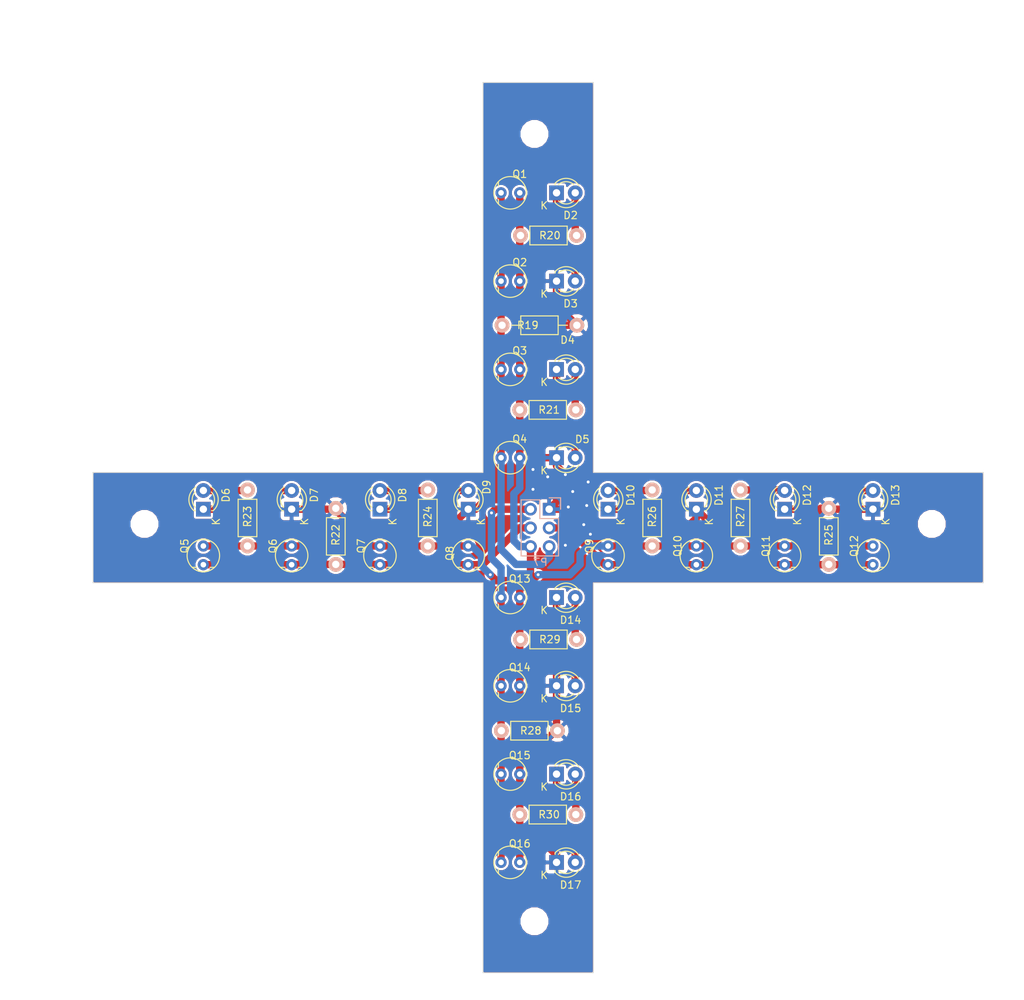
<source format=kicad_pcb>
(kicad_pcb (version 4) (host pcbnew 4.0.1-stable)
  (title_block (title "NTK robot") (date 2016-10-26))
  (layers (0 F.Cu signal) (31 B.Cu signal) (36 B.SilkS user) (37 F.SilkS user) (38 B.Mask user) (39 F.Mask user) (44 Edge.Cuts user))
  (net 0 "")
  (net 1 "Net-(D2-Pad1)")
  (net 2 "Net-(D2-Pad2)")
  (net 3 "Net-(D11-Pad1)")
  (net 4 "Net-(D4-Pad1)")
  (net 5 "Net-(D4-Pad2)")
  (net 6 "Net-(D6-Pad1)")
  (net 7 "Net-(D6-Pad2)")
  (net 8 "Net-(D8-Pad1)")
  (net 9 "Net-(D8-Pad2)")
  (net 10 "Net-(D10-Pad1)")
  (net 11 "Net-(D10-Pad2)")
  (net 12 "Net-(D12-Pad1)")
  (net 13 "Net-(D12-Pad2)")
  (net 14 "Net-(D14-Pad1)")
  (net 15 "Net-(D14-Pad2)")
  (net 16 "Net-(D16-Pad1)")
  (net 17 "Net-(D16-Pad2)")
  (net 18 "Net-(P7-Pad2)")
  (net 19 "Net-(P7-Pad3)")
  (net 20 "Net-(P7-Pad4)")
  (net 21 "Net-(P7-Pad5)")
  (net 22 "Net-(P7-Pad6)")
  (module Mounting_Holes:MountingHole_3.2mm_M3 (layer F.Cu) (at 165 195)
    (fp_text reference REF** hide)
    (fp_text value MountingHole_3.2mm_M3 hide)
    (pad 1 np_thru_hole circle (at 0 0) (size 3.2 3.2) (drill 3.2) (layers *.Cu *.Mask))
  )
  (module Mounting_Holes:MountingHole_3.2mm_M3 (layer F.Cu) (at 219 141)
    (fp_text reference REF** hide)
    (fp_text value MountingHole_3.2mm_M3 hide)
    (pad 1 np_thru_hole circle (at 0 0) (size 3.2 3.2) (drill 3.2) (layers *.Cu *.Mask))
  )
  (module Mounting_Holes:MountingHole_3.2mm_M3 (layer F.Cu) (at 112 141)
    (fp_text reference REF** hide)
    (fp_text value MountingHole_3.2mm_M3 hide)
    (pad 1 np_thru_hole circle (at 0 0) (size 3.2 3.2) (drill 3.2) (layers *.Cu *.Mask))
  )
  (module LEDs:LED-3MM (layer F.Cu) (at 168 96)
    (fp_text reference D2 (at 1.91 3.06) (layer F.SilkS))
    (fp_text value LED)
    (fp_text user K (at -1.69 1.74) (layer F.SilkS))
    (pad 1 thru_hole rect (at 0 0 90) (size 2 2) (drill 1.00076) (layers *.Cu *.Mask) (net 1 "Net-(D2-Pad1)"))
    (pad 2 thru_hole circle (at 2.54 0) (size 2 2) (drill 1.00076) (layers *.Cu *.Mask) (net 2 "Net-(D2-Pad2)"))
  )
  (module LEDs:LED-3MM (layer F.Cu) (at 168 108)
    (fp_text reference D3 (at 1.91 3.06) (layer F.SilkS))
    (fp_text value LED)
    (fp_text user K (at -1.69 1.74) (layer F.SilkS))
    (pad 1 thru_hole rect (at 0 0 90) (size 2 2) (drill 1.00076) (layers *.Cu *.Mask) (net 3 "Net-(D11-Pad1)"))
    (pad 2 thru_hole circle (at 2.54 0) (size 2 2) (drill 1.00076) (layers *.Cu *.Mask) (net 1 "Net-(D2-Pad1)"))
  )
  (module LEDs:LED-3MM (layer F.Cu) (at 168 120)
    (fp_text reference D4 (at 1.5 -4) (layer F.SilkS))
    (fp_text value LED)
    (fp_text user K (at -1.69 1.74) (layer F.SilkS))
    (pad 1 thru_hole rect (at 0 0 90) (size 2 2) (drill 1.00076) (layers *.Cu *.Mask) (net 4 "Net-(D4-Pad1)"))
    (pad 2 thru_hole circle (at 2.54 0) (size 2 2) (drill 1.00076) (layers *.Cu *.Mask) (net 5 "Net-(D4-Pad2)"))
  )
  (module LEDs:LED-3MM (layer F.Cu) (at 168 132)
    (fp_text reference D5 (at 3.5 -2.5) (layer F.SilkS))
    (fp_text value LED)
    (fp_text user K (at -1.69 1.74) (layer F.SilkS))
    (pad 1 thru_hole rect (at 0 0 90) (size 2 2) (drill 1.00076) (layers *.Cu *.Mask) (net 3 "Net-(D11-Pad1)"))
    (pad 2 thru_hole circle (at 2.54 0) (size 2 2) (drill 1.00076) (layers *.Cu *.Mask) (net 4 "Net-(D4-Pad1)"))
  )
  (module LEDs:LED-3MM (layer F.Cu) (at 120 139 90)
    (fp_text reference D6 (at 1.91 3.06 90) (layer F.SilkS))
    (fp_text value LED)
    (fp_text user K (at -1.69 1.74 90) (layer F.SilkS))
    (pad 1 thru_hole rect (at 0 0 180) (size 2 2) (drill 1.00076) (layers *.Cu *.Mask) (net 6 "Net-(D6-Pad1)"))
    (pad 2 thru_hole circle (at 2.54 0 90) (size 2 2) (drill 1.00076) (layers *.Cu *.Mask) (net 7 "Net-(D6-Pad2)"))
  )
  (module LEDs:LED-3MM (layer F.Cu) (at 132 139 90)
    (fp_text reference D7 (at 1.91 3.06 90) (layer F.SilkS))
    (fp_text value LED)
    (fp_text user K (at -1.69 1.74 90) (layer F.SilkS))
    (pad 1 thru_hole rect (at 0 0 180) (size 2 2) (drill 1.00076) (layers *.Cu *.Mask) (net 3 "Net-(D11-Pad1)"))
    (pad 2 thru_hole circle (at 2.54 0 90) (size 2 2) (drill 1.00076) (layers *.Cu *.Mask) (net 6 "Net-(D6-Pad1)"))
  )
  (module LEDs:LED-3MM (layer F.Cu) (at 144 139 90)
    (fp_text reference D8 (at 1.91 3.06 90) (layer F.SilkS))
    (fp_text value LED)
    (fp_text user K (at -1.69 1.74 90) (layer F.SilkS))
    (pad 1 thru_hole rect (at 0 0 180) (size 2 2) (drill 1.00076) (layers *.Cu *.Mask) (net 8 "Net-(D8-Pad1)"))
    (pad 2 thru_hole circle (at 2.54 0 90) (size 2 2) (drill 1.00076) (layers *.Cu *.Mask) (net 9 "Net-(D8-Pad2)"))
  )
  (module LEDs:LED-3MM (layer F.Cu) (at 156 139 90)
    (fp_text reference D9 (at 3 2.5 90) (layer F.SilkS))
    (fp_text value LED)
    (fp_text user K (at -1.69 1.74 90) (layer F.SilkS))
    (pad 1 thru_hole rect (at 0 0 180) (size 2 2) (drill 1.00076) (layers *.Cu *.Mask) (net 3 "Net-(D11-Pad1)"))
    (pad 2 thru_hole circle (at 2.54 0 90) (size 2 2) (drill 1.00076) (layers *.Cu *.Mask) (net 8 "Net-(D8-Pad1)"))
  )
  (module LEDs:LED-3MM (layer F.Cu) (at 175 139 90)
    (fp_text reference D10 (at 1.91 3.06 90) (layer F.SilkS))
    (fp_text value LED)
    (fp_text user K (at -1.69 1.74 90) (layer F.SilkS))
    (pad 1 thru_hole rect (at 0 0 180) (size 2 2) (drill 1.00076) (layers *.Cu *.Mask) (net 10 "Net-(D10-Pad1)"))
    (pad 2 thru_hole circle (at 2.54 0 90) (size 2 2) (drill 1.00076) (layers *.Cu *.Mask) (net 11 "Net-(D10-Pad2)"))
  )
  (module LEDs:LED-3MM (layer F.Cu) (at 187 139 90)
    (fp_text reference D11 (at 1.91 3.06 90) (layer F.SilkS))
    (fp_text value LED)
    (fp_text user K (at -1.69 1.74 90) (layer F.SilkS))
    (pad 1 thru_hole rect (at 0 0 180) (size 2 2) (drill 1.00076) (layers *.Cu *.Mask) (net 3 "Net-(D11-Pad1)"))
    (pad 2 thru_hole circle (at 2.54 0 90) (size 2 2) (drill 1.00076) (layers *.Cu *.Mask) (net 10 "Net-(D10-Pad1)"))
  )
  (module LEDs:LED-3MM (layer F.Cu) (at 199 139 90)
    (fp_text reference D12 (at 1.91 3.06 90) (layer F.SilkS))
    (fp_text value LED)
    (fp_text user K (at -1.69 1.74 90) (layer F.SilkS))
    (pad 1 thru_hole rect (at 0 0 180) (size 2 2) (drill 1.00076) (layers *.Cu *.Mask) (net 12 "Net-(D12-Pad1)"))
    (pad 2 thru_hole circle (at 2.54 0 90) (size 2 2) (drill 1.00076) (layers *.Cu *.Mask) (net 13 "Net-(D12-Pad2)"))
  )
  (module LEDs:LED-3MM (layer F.Cu) (at 211 139 90)
    (fp_text reference D13 (at 1.91 3.06 90) (layer F.SilkS))
    (fp_text value LED)
    (fp_text user K (at -1.69 1.74 90) (layer F.SilkS))
    (pad 1 thru_hole rect (at 0 0 180) (size 2 2) (drill 1.00076) (layers *.Cu *.Mask) (net 3 "Net-(D11-Pad1)"))
    (pad 2 thru_hole circle (at 2.54 0 90) (size 2 2) (drill 1.00076) (layers *.Cu *.Mask) (net 12 "Net-(D12-Pad1)"))
  )
  (module LEDs:LED-3MM (layer F.Cu) (at 168 151)
    (fp_text reference D14 (at 1.91 3.06) (layer F.SilkS))
    (fp_text value LED)
    (fp_text user K (at -1.69 1.74) (layer F.SilkS))
    (pad 1 thru_hole rect (at 0 0 90) (size 2 2) (drill 1.00076) (layers *.Cu *.Mask) (net 14 "Net-(D14-Pad1)"))
    (pad 2 thru_hole circle (at 2.54 0) (size 2 2) (drill 1.00076) (layers *.Cu *.Mask) (net 15 "Net-(D14-Pad2)"))
  )
  (module LEDs:LED-3MM (layer F.Cu) (at 168 163)
    (fp_text reference D15 (at 1.91 3.06) (layer F.SilkS))
    (fp_text value LED)
    (fp_text user K (at -1.69 1.74) (layer F.SilkS))
    (pad 1 thru_hole rect (at 0 0 90) (size 2 2) (drill 1.00076) (layers *.Cu *.Mask) (net 3 "Net-(D11-Pad1)"))
    (pad 2 thru_hole circle (at 2.54 0) (size 2 2) (drill 1.00076) (layers *.Cu *.Mask) (net 14 "Net-(D14-Pad1)"))
  )
  (module LEDs:LED-3MM (layer F.Cu) (at 168 175)
    (fp_text reference D16 (at 1.91 3.06) (layer F.SilkS))
    (fp_text value LED)
    (fp_text user K (at -1.69 1.74) (layer F.SilkS))
    (pad 1 thru_hole rect (at 0 0 90) (size 2 2) (drill 1.00076) (layers *.Cu *.Mask) (net 16 "Net-(D16-Pad1)"))
    (pad 2 thru_hole circle (at 2.54 0) (size 2 2) (drill 1.00076) (layers *.Cu *.Mask) (net 17 "Net-(D16-Pad2)"))
  )
  (module LEDs:LED-3MM (layer F.Cu) (at 168 187)
    (fp_text reference D17 (at 1.91 3.06) (layer F.SilkS))
    (fp_text value LED)
    (fp_text user K (at -1.69 1.74) (layer F.SilkS))
    (pad 1 thru_hole rect (at 0 0 90) (size 2 2) (drill 1.00076) (layers *.Cu *.Mask) (net 3 "Net-(D11-Pad1)"))
    (pad 2 thru_hole circle (at 2.54 0) (size 2 2) (drill 1.00076) (layers *.Cu *.Mask) (net 16 "Net-(D16-Pad1)"))
  )
  (module Pin_Headers:Pin_Header_Straight_2x03 (layer B.Cu) (at 167 139 180)
    (fp_text reference P7 (at 1.2 -7.2 180) (layer B.SilkS) (effects (justify mirror)))
    (fp_text value CONN_01X06)
    (pad 1 thru_hole rect (at 0 0 180) (size 1.7272 1.7272) (drill 1.016) (layers *.Cu *.Mask) (net 3 "Net-(D11-Pad1)"))
    (pad 2 thru_hole oval (at 2.54 0 180) (size 1.7272 1.7272) (drill 1.016) (layers *.Cu *.Mask) (net 18 "Net-(P7-Pad2)"))
    (pad 3 thru_hole oval (at 0 -2.54 180) (size 1.7272 1.7272) (drill 1.016) (layers *.Cu *.Mask) (net 19 "Net-(P7-Pad3)"))
    (pad 4 thru_hole oval (at 2.54 -2.54 180) (size 1.7272 1.7272) (drill 1.016) (layers *.Cu *.Mask) (net 20 "Net-(P7-Pad4)"))
    (pad 5 thru_hole oval (at 0 -5.08 180) (size 1.7272 1.7272) (drill 1.016) (layers *.Cu *.Mask) (net 21 "Net-(P7-Pad5)"))
    (pad 6 thru_hole oval (at 2.54 -5.08 180) (size 1.7272 1.7272) (drill 1.016) (layers *.Cu *.Mask) (net 22 "Net-(P7-Pad6)"))
  )
  (module footprint:NJL7502 (layer F.Cu) (at 163 96)
    (fp_text reference Q1 (at 0 -2.54) (layer F.SilkS))
    (fp_text value NJL7502L hide)
    (pad 1 thru_hole circle (at -2.54 0) (size 1.524 1.524) (drill 0.762) (layers *.Cu *.Mask) (net 21 "Net-(P7-Pad5)"))
    (pad 3 thru_hole circle (at 0 0) (size 1.524 1.524) (drill 0.762) (layers *.Cu *.Mask) (net 22 "Net-(P7-Pad6)"))
  )
  (module footprint:NJL7502 (layer F.Cu) (at 163 108)
    (fp_text reference Q2 (at 0 -2.54) (layer F.SilkS))
    (fp_text value NJL7502L hide)
    (pad 1 thru_hole circle (at -2.54 0) (size 1.524 1.524) (drill 0.762) (layers *.Cu *.Mask) (net 21 "Net-(P7-Pad5)"))
    (pad 3 thru_hole circle (at 0 0) (size 1.524 1.524) (drill 0.762) (layers *.Cu *.Mask) (net 22 "Net-(P7-Pad6)"))
  )
  (module footprint:NJL7502 (layer F.Cu) (at 163 120)
    (fp_text reference Q3 (at 0 -2.54) (layer F.SilkS))
    (fp_text value NJL7502L hide)
    (pad 1 thru_hole circle (at -2.54 0) (size 1.524 1.524) (drill 0.762) (layers *.Cu *.Mask) (net 21 "Net-(P7-Pad5)"))
    (pad 3 thru_hole circle (at 0 0) (size 1.524 1.524) (drill 0.762) (layers *.Cu *.Mask) (net 22 "Net-(P7-Pad6)"))
  )
  (module footprint:NJL7502 (layer F.Cu) (at 163 132)
    (fp_text reference Q4 (at 0 -2.54) (layer F.SilkS))
    (fp_text value NJL7502L hide)
    (pad 1 thru_hole circle (at -2.54 0) (size 1.524 1.524) (drill 0.762) (layers *.Cu *.Mask) (net 21 "Net-(P7-Pad5)"))
    (pad 3 thru_hole circle (at 0 0) (size 1.524 1.524) (drill 0.762) (layers *.Cu *.Mask) (net 22 "Net-(P7-Pad6)"))
  )
  (module footprint:NJL7502 (layer F.Cu) (at 120 144 90)
    (fp_text reference Q5 (at 0 -2.54 90) (layer F.SilkS))
    (fp_text value NJL7502L hide)
    (pad 1 thru_hole circle (at -2.54 0 90) (size 1.524 1.524) (drill 0.762) (layers *.Cu *.Mask) (net 20 "Net-(P7-Pad4)"))
    (pad 3 thru_hole circle (at 0 0 90) (size 1.524 1.524) (drill 0.762) (layers *.Cu *.Mask) (net 22 "Net-(P7-Pad6)"))
  )
  (module footprint:NJL7502 (layer F.Cu) (at 132 144 90)
    (fp_text reference Q6 (at 0 -2.54 90) (layer F.SilkS))
    (fp_text value NJL7502L hide)
    (pad 1 thru_hole circle (at -2.54 0 90) (size 1.524 1.524) (drill 0.762) (layers *.Cu *.Mask) (net 20 "Net-(P7-Pad4)"))
    (pad 3 thru_hole circle (at 0 0 90) (size 1.524 1.524) (drill 0.762) (layers *.Cu *.Mask) (net 22 "Net-(P7-Pad6)"))
  )
  (module footprint:NJL7502 (layer F.Cu) (at 144 144 90)
    (fp_text reference Q7 (at 0 -2.54 90) (layer F.SilkS))
    (fp_text value NJL7502L hide)
    (pad 1 thru_hole circle (at -2.54 0 90) (size 1.524 1.524) (drill 0.762) (layers *.Cu *.Mask) (net 20 "Net-(P7-Pad4)"))
    (pad 3 thru_hole circle (at 0 0 90) (size 1.524 1.524) (drill 0.762) (layers *.Cu *.Mask) (net 22 "Net-(P7-Pad6)"))
  )
  (module footprint:NJL7502 (layer F.Cu) (at 156 144 90)
    (fp_text reference Q8 (at -1 -2.5 90) (layer F.SilkS))
    (fp_text value NJL7502L hide)
    (pad 1 thru_hole circle (at -2.54 0 90) (size 1.524 1.524) (drill 0.762) (layers *.Cu *.Mask) (net 20 "Net-(P7-Pad4)"))
    (pad 3 thru_hole circle (at 0 0 90) (size 1.524 1.524) (drill 0.762) (layers *.Cu *.Mask) (net 22 "Net-(P7-Pad6)"))
  )
  (module footprint:NJL7502 (layer F.Cu) (at 175 144 90)
    (fp_text reference Q9 (at 0 -2.54 90) (layer F.SilkS))
    (fp_text value NJL7502L hide)
    (pad 1 thru_hole circle (at -2.54 0 90) (size 1.524 1.524) (drill 0.762) (layers *.Cu *.Mask) (net 19 "Net-(P7-Pad3)"))
    (pad 3 thru_hole circle (at 0 0 90) (size 1.524 1.524) (drill 0.762) (layers *.Cu *.Mask) (net 22 "Net-(P7-Pad6)"))
  )
  (module footprint:NJL7502 (layer F.Cu) (at 187 144 90)
    (fp_text reference Q10 (at 0 -2.54 90) (layer F.SilkS))
    (fp_text value NJL7502L hide)
    (pad 1 thru_hole circle (at -2.54 0 90) (size 1.524 1.524) (drill 0.762) (layers *.Cu *.Mask) (net 19 "Net-(P7-Pad3)"))
    (pad 3 thru_hole circle (at 0 0 90) (size 1.524 1.524) (drill 0.762) (layers *.Cu *.Mask) (net 22 "Net-(P7-Pad6)"))
  )
  (module footprint:NJL7502 (layer F.Cu) (at 199 144 90)
    (fp_text reference Q11 (at 0 -2.54 90) (layer F.SilkS))
    (fp_text value NJL7502L hide)
    (pad 1 thru_hole circle (at -2.54 0 90) (size 1.524 1.524) (drill 0.762) (layers *.Cu *.Mask) (net 19 "Net-(P7-Pad3)"))
    (pad 3 thru_hole circle (at 0 0 90) (size 1.524 1.524) (drill 0.762) (layers *.Cu *.Mask) (net 22 "Net-(P7-Pad6)"))
  )
  (module footprint:NJL7502 (layer F.Cu) (at 211 144 90)
    (fp_text reference Q12 (at 0 -2.54 90) (layer F.SilkS))
    (fp_text value NJL7502L hide)
    (pad 1 thru_hole circle (at -2.54 0 90) (size 1.524 1.524) (drill 0.762) (layers *.Cu *.Mask) (net 19 "Net-(P7-Pad3)"))
    (pad 3 thru_hole circle (at 0 0 90) (size 1.524 1.524) (drill 0.762) (layers *.Cu *.Mask) (net 22 "Net-(P7-Pad6)"))
  )
  (module footprint:NJL7502 (layer F.Cu) (at 163 151)
    (fp_text reference Q13 (at 0 -2.54) (layer F.SilkS))
    (fp_text value NJL7502L hide)
    (pad 1 thru_hole circle (at -2.54 0) (size 1.524 1.524) (drill 0.762) (layers *.Cu *.Mask) (net 18 "Net-(P7-Pad2)"))
    (pad 3 thru_hole circle (at 0 0) (size 1.524 1.524) (drill 0.762) (layers *.Cu *.Mask) (net 22 "Net-(P7-Pad6)"))
  )
  (module footprint:NJL7502 (layer F.Cu) (at 163 163)
    (fp_text reference Q14 (at 0 -2.5) (layer F.SilkS))
    (fp_text value NJL7502L hide)
    (pad 1 thru_hole circle (at -2.54 0) (size 1.524 1.524) (drill 0.762) (layers *.Cu *.Mask) (net 18 "Net-(P7-Pad2)"))
    (pad 3 thru_hole circle (at 0 0) (size 1.524 1.524) (drill 0.762) (layers *.Cu *.Mask) (net 22 "Net-(P7-Pad6)"))
  )
  (module footprint:NJL7502 (layer F.Cu) (at 163 175)
    (fp_text reference Q15 (at 0 -2.54) (layer F.SilkS))
    (fp_text value NJL7502L hide)
    (pad 1 thru_hole circle (at -2.54 0) (size 1.524 1.524) (drill 0.762) (layers *.Cu *.Mask) (net 18 "Net-(P7-Pad2)"))
    (pad 3 thru_hole circle (at 0 0) (size 1.524 1.524) (drill 0.762) (layers *.Cu *.Mask) (net 22 "Net-(P7-Pad6)"))
  )
  (module footprint:NJL7502 (layer F.Cu) (at 163 187)
    (fp_text reference Q16 (at 0 -2.54) (layer F.SilkS))
    (fp_text value NJL7502L hide)
    (pad 1 thru_hole circle (at -2.54 0) (size 1.524 1.524) (drill 0.762) (layers *.Cu *.Mask) (net 18 "Net-(P7-Pad2)"))
    (pad 3 thru_hole circle (at 0 0) (size 1.524 1.524) (drill 0.762) (layers *.Cu *.Mask) (net 22 "Net-(P7-Pad6)"))
  )
  (module Resistors_THT:Resistor_Horizontal_RM10mm (layer F.Cu) (at 160.6 114)
    (fp_text reference R19 (at 3.5 0) (layer F.SilkS))
    (fp_text value 10k)
    (pad 1 thru_hole circle (at 0 0) (size 1.99898 1.99898) (drill 1.00076) (layers *.Cu *.SilkS *.Mask) (net 21 "Net-(P7-Pad5)"))
    (pad 2 thru_hole circle (at 10.16 0) (size 1.99898 1.99898) (drill 1.00076) (layers *.Cu *.SilkS *.Mask) (net 3 "Net-(D11-Pad1)"))
  )
  (module Resistors_THT:Resistor_Horizontal_RM7mm (layer F.Cu) (at 163.1 101.8)
    (fp_text reference R20 (at 4 0) (layer F.SilkS))
    (fp_text value 51)
    (pad 1 thru_hole circle (at 0 0) (size 1.99898 1.99898) (drill 1.00076) (layers *.Cu *.SilkS *.Mask) (net 22 "Net-(P7-Pad6)"))
    (pad 2 thru_hole circle (at 7.62 0) (size 1.99898 1.99898) (drill 1.00076) (layers *.Cu *.SilkS *.Mask) (net 2 "Net-(D2-Pad2)"))
  )
  (module Resistors_THT:Resistor_Horizontal_RM7mm (layer F.Cu) (at 163 125.5)
    (fp_text reference R21 (at 4 0) (layer F.SilkS))
    (fp_text value 51)
    (pad 1 thru_hole circle (at 0 0) (size 1.99898 1.99898) (drill 1.00076) (layers *.Cu *.SilkS *.Mask) (net 22 "Net-(P7-Pad6)"))
    (pad 2 thru_hole circle (at 7.62 0) (size 1.99898 1.99898) (drill 1.00076) (layers *.Cu *.SilkS *.Mask) (net 5 "Net-(D4-Pad2)"))
  )
  (module Resistors_THT:Resistor_Horizontal_RM7mm (layer F.Cu) (at 138 146.5 90)
    (fp_text reference R22 (at 4 0 90) (layer F.SilkS))
    (fp_text value 10k)
    (pad 1 thru_hole circle (at 0 0 90) (size 1.99898 1.99898) (drill 1.00076) (layers *.Cu *.SilkS *.Mask) (net 20 "Net-(P7-Pad4)"))
    (pad 2 thru_hole circle (at 7.62 0 90) (size 1.99898 1.99898) (drill 1.00076) (layers *.Cu *.SilkS *.Mask) (net 3 "Net-(D11-Pad1)"))
  )
  (module Resistors_THT:Resistor_Horizontal_RM7mm (layer F.Cu) (at 126 144 90)
    (fp_text reference R23 (at 4 0 90) (layer F.SilkS))
    (fp_text value 51)
    (pad 1 thru_hole circle (at 0 0 90) (size 1.99898 1.99898) (drill 1.00076) (layers *.Cu *.SilkS *.Mask) (net 22 "Net-(P7-Pad6)"))
    (pad 2 thru_hole circle (at 7.62 0 90) (size 1.99898 1.99898) (drill 1.00076) (layers *.Cu *.SilkS *.Mask) (net 7 "Net-(D6-Pad2)"))
  )
  (module Resistors_THT:Resistor_Horizontal_RM7mm (layer F.Cu) (at 150.5 144 90)
    (fp_text reference R24 (at 4 0 90) (layer F.SilkS))
    (fp_text value 51)
    (pad 1 thru_hole circle (at 0 0 90) (size 1.99898 1.99898) (drill 1.00076) (layers *.Cu *.SilkS *.Mask) (net 22 "Net-(P7-Pad6)"))
    (pad 2 thru_hole circle (at 7.62 0 90) (size 1.99898 1.99898) (drill 1.00076) (layers *.Cu *.SilkS *.Mask) (net 9 "Net-(D8-Pad2)"))
  )
  (module Resistors_THT:Resistor_Horizontal_RM7mm (layer F.Cu) (at 205 146.5 90)
    (fp_text reference R25 (at 4 0 90) (layer F.SilkS))
    (fp_text value 10k)
    (pad 1 thru_hole circle (at 0 0 90) (size 1.99898 1.99898) (drill 1.00076) (layers *.Cu *.SilkS *.Mask) (net 19 "Net-(P7-Pad3)"))
    (pad 2 thru_hole circle (at 7.62 0 90) (size 1.99898 1.99898) (drill 1.00076) (layers *.Cu *.SilkS *.Mask) (net 3 "Net-(D11-Pad1)"))
  )
  (module Resistors_THT:Resistor_Horizontal_RM7mm (layer F.Cu) (at 181 144 90)
    (fp_text reference R26 (at 4 0 90) (layer F.SilkS))
    (fp_text value 51)
    (pad 1 thru_hole circle (at 0 0 90) (size 1.99898 1.99898) (drill 1.00076) (layers *.Cu *.SilkS *.Mask) (net 22 "Net-(P7-Pad6)"))
    (pad 2 thru_hole circle (at 7.62 0 90) (size 1.99898 1.99898) (drill 1.00076) (layers *.Cu *.SilkS *.Mask) (net 11 "Net-(D10-Pad2)"))
  )
  (module Resistors_THT:Resistor_Horizontal_RM7mm (layer F.Cu) (at 193 144 90)
    (fp_text reference R27 (at 4 0 90) (layer F.SilkS))
    (fp_text value 51)
    (pad 1 thru_hole circle (at 0 0 90) (size 1.99898 1.99898) (drill 1.00076) (layers *.Cu *.SilkS *.Mask) (net 22 "Net-(P7-Pad6)"))
    (pad 2 thru_hole circle (at 7.62 0 90) (size 1.99898 1.99898) (drill 1.00076) (layers *.Cu *.SilkS *.Mask) (net 13 "Net-(D12-Pad2)"))
  )
  (module Resistors_THT:Resistor_Horizontal_RM7mm (layer F.Cu) (at 160.5 169.1)
    (fp_text reference R28 (at 4 0) (layer F.SilkS))
    (fp_text value 10k)
    (pad 1 thru_hole circle (at 0 0) (size 1.99898 1.99898) (drill 1.00076) (layers *.Cu *.SilkS *.Mask) (net 18 "Net-(P7-Pad2)"))
    (pad 2 thru_hole circle (at 7.62 0) (size 1.99898 1.99898) (drill 1.00076) (layers *.Cu *.SilkS *.Mask) (net 3 "Net-(D11-Pad1)"))
  )
  (module Resistors_THT:Resistor_Horizontal_RM7mm (layer F.Cu) (at 163.1 156.7)
    (fp_text reference R29 (at 4 0) (layer F.SilkS))
    (fp_text value 51)
    (pad 1 thru_hole circle (at 0 0) (size 1.99898 1.99898) (drill 1.00076) (layers *.Cu *.SilkS *.Mask) (net 22 "Net-(P7-Pad6)"))
    (pad 2 thru_hole circle (at 7.62 0) (size 1.99898 1.99898) (drill 1.00076) (layers *.Cu *.SilkS *.Mask) (net 15 "Net-(D14-Pad2)"))
  )
  (module Resistors_THT:Resistor_Horizontal_RM7mm (layer F.Cu) (at 163 180.5)
    (fp_text reference R30 (at 4 0) (layer F.SilkS))
    (fp_text value 51)
    (pad 1 thru_hole circle (at 0 0) (size 1.99898 1.99898) (drill 1.00076) (layers *.Cu *.SilkS *.Mask) (net 22 "Net-(P7-Pad6)"))
    (pad 2 thru_hole circle (at 7.62 0) (size 1.99898 1.99898) (drill 1.00076) (layers *.Cu *.SilkS *.Mask) (net 17 "Net-(D16-Pad2)"))
  )
  (module Mounting_Holes:MountingHole_3.2mm_M3 (layer F.Cu) (at 165 88)
    (fp_text reference REF** hide)
    (fp_text value MountingHole_3.2mm_M3 hide)
    (pad 1 np_thru_hole circle (at 0 0) (size 3.2 3.2) (drill 3.2) (layers *.Cu *.Mask))
  )
  (gr_line (start 158 149) (end 105 149) (angle 90) (layer Edge.Cuts) (width 0.1))
  (gr_line (start 158 202) (end 158 149) (angle 90) (layer Edge.Cuts) (width 0.1))
  (gr_line (start 173 202) (end 158 202) (angle 90) (layer Edge.Cuts) (width 0.1))
  (gr_line (start 173 149) (end 173 202) (angle 90) (layer Edge.Cuts) (width 0.1))
  (gr_line (start 173 149) (end 226 149) (angle 90) (layer Edge.Cuts) (width 0.1))
  (gr_line (start 226 147) (end 226 149) (angle 90) (layer Edge.Cuts) (width 0.1))
  (gr_line (start 226 134) (end 226 147) (angle 90) (layer Edge.Cuts) (width 0.1))
  (gr_line (start 173 134) (end 226 134) (angle 90) (layer Edge.Cuts) (width 0.1))
  (gr_line (start 173 81) (end 173 134) (angle 90) (layer Edge.Cuts) (width 0.1))
  (gr_line (start 158 81) (end 173 81) (angle 90) (layer Edge.Cuts) (width 0.1))
  (gr_line (start 105 134) (end 105 149) (angle 90) (layer Edge.Cuts) (width 0.1))
  (gr_line (start 158 134) (end 105 134) (angle 90) (layer Edge.Cuts) (width 0.1))
  (gr_line (start 158 81) (end 158 134) (angle 90) (layer Edge.Cuts) (width 0.1))
  (segment (start 168 96) (end 168 103.3) (width 1) (layer F.Cu) (net 1))
  (segment (start 170.54 105.84) (end 170.54 108) (width 1) (layer F.Cu) (net 1))
  (segment (start 168 103.3) (end 170.54 105.84) (width 1) (layer F.Cu) (net 1))
  (segment (start 170.54 96) (end 170.54 101.62) (width 1) (layer F.Cu) (net 2))
  (segment (start 170.54 101.62) (end 170.72 101.8) (width 1) (layer F.Cu) (net 2))
  (segment (start 167 139) (end 169.3 139) (width 1) (layer F.Cu) (net 3))
  (segment (start 169.6 138.7) (end 169.5 138.7) (width 1) (layer B.Cu) (net 3))
  (via (at 169.6 138.7) (size 0.6) (drill 0.4) (layers F.Cu B.Cu) (net 3))
  (segment (start 169.3 139) (end 169.6 138.7) (width 1) (layer F.Cu) (net 3))
  (segment (start 157 139) (end 159.7 136.3) (width 1) (layer F.Cu) (net 3))
  (segment (start 168 138) (end 167 139) (width 1) (layer F.Cu) (net 3))
  (segment (start 168 136.9) (end 168 138) (width 1) (layer F.Cu) (net 3))
  (segment (start 169.9 136.9) (end 168 136.9) (width 1) (layer F.Cu) (net 3))
  (segment (start 170.2 136.6) (end 169.9 136.9) (width 1) (layer F.Cu) (net 3))
  (via (at 170.2 136.6) (size 0.6) (drill 0.4) (layers F.Cu B.Cu) (net 3))
  (segment (start 168.8 136.6) (end 170.2 136.6) (width 1) (layer B.Cu) (net 3))
  (segment (start 166.8 134.6) (end 168.8 136.6) (width 1) (layer B.Cu) (net 3))
  (via (at 166.8 134.6) (size 0.6) (drill 0.4) (layers F.Cu B.Cu) (net 3))
  (segment (start 165.8 134.6) (end 166.8 134.6) (width 1) (layer F.Cu) (net 3))
  (segment (start 164.8 133.6) (end 165.8 134.6) (width 1) (layer F.Cu) (net 3))
  (via (at 164.8 133.6) (size 0.6) (drill 0.4) (layers F.Cu B.Cu) (net 3))
  (segment (start 164.8 136.3) (end 164.8 133.6) (width 1) (layer B.Cu) (net 3))
  (via (at 164.8 136.3) (size 0.6) (drill 0.4) (layers F.Cu B.Cu) (net 3))
  (segment (start 159.7 136.3) (end 164.8 136.3) (width 1) (layer F.Cu) (net 3))
  (segment (start 156 139) (end 157 139) (width 1) (layer F.Cu) (net 3))
  (segment (start 168 132) (end 168 133.1) (width 1) (layer F.Cu) (net 3))
  (segment (start 168 133.1) (end 169.2 134.3) (width 1) (layer F.Cu) (net 3))
  (via (at 169.2 134.3) (size 0.6) (drill 0.4) (layers F.Cu B.Cu) (net 3))
  (segment (start 169.2 134.3) (end 169.9 135) (width 1) (layer B.Cu) (net 3))
  (segment (start 169.9 135) (end 172 135) (width 1) (layer B.Cu) (net 3))
  (segment (start 172 135) (end 172.3 135.3) (width 1) (layer B.Cu) (net 3))
  (via (at 172.3 135.3) (size 0.6) (drill 0.4) (layers F.Cu B.Cu) (net 3))
  (segment (start 172.3 135.3) (end 172.1 135.5) (width 1) (layer F.Cu) (net 3))
  (segment (start 172.1 135.5) (end 172.1 138.5) (width 1) (layer F.Cu) (net 3))
  (via (at 172.1 138.5) (size 0.6) (drill 0.4) (layers F.Cu B.Cu) (net 3))
  (segment (start 172.1 138.5) (end 171.9 138.7) (width 1) (layer B.Cu) (net 3))
  (segment (start 171.9 138.7) (end 169.5 138.7) (width 1) (layer B.Cu) (net 3))
  (segment (start 172.6 142.4) (end 172.6 142) (width 1) (layer F.Cu) (net 3))
  (segment (start 169.5 138.9) (end 169.5 138.7) (width 1) (layer B.Cu) (net 3))
  (segment (start 171.7 141.1) (end 169.5 138.9) (width 1) (layer B.Cu) (net 3))
  (via (at 171.7 141.1) (size 0.6) (drill 0.4) (layers F.Cu B.Cu) (net 3))
  (segment (start 172.6 142) (end 171.7 141.1) (width 1) (layer F.Cu) (net 3))
  (segment (start 168 163) (end 168 160.1) (width 1) (layer F.Cu) (net 3))
  (segment (start 168 160.1) (end 165.5 157.6) (width 1) (layer F.Cu) (net 3))
  (segment (start 165.5 157.6) (end 165.5 150) (width 1) (layer F.Cu) (net 3))
  (segment (start 165.5 150) (end 169.2 146.3) (width 1) (layer F.Cu) (net 3))
  (segment (start 169.2 146.3) (end 169.2 143.9) (width 1) (layer F.Cu) (net 3))
  (via (at 169.2 143.9) (size 0.6) (drill 0.4) (layers F.Cu B.Cu) (net 3))
  (segment (start 169.2 143.9) (end 170.7 142.4) (width 1) (layer B.Cu) (net 3))
  (segment (start 170.7 142.4) (end 172.6 142.4) (width 1) (layer B.Cu) (net 3))
  (via (at 172.6 142.4) (size 0.6) (drill 0.4) (layers F.Cu B.Cu) (net 3))
  (segment (start 187 140.2) (end 187 139) (width 1) (layer F.Cu) (net 3))
  (segment (start 172.6 142.4) (end 173.5 141.5) (width 1) (layer F.Cu) (net 3))
  (segment (start 173.5 141.5) (end 185.7 141.5) (width 1) (layer F.Cu) (net 3))
  (segment (start 185.7 141.5) (end 187 140.2) (width 1) (layer F.Cu) (net 3))
  (segment (start 168 163) (end 168 168.98) (width 1) (layer F.Cu) (net 3))
  (segment (start 168 168.98) (end 165.58 171.4) (width 1) (layer F.Cu) (net 3))
  (segment (start 165.58 171.4) (end 165.58 183.58) (width 1) (layer F.Cu) (net 3))
  (segment (start 165.58 183.58) (end 168 186) (width 1) (layer F.Cu) (net 3))
  (segment (start 168 186) (end 168 187) (width 1) (layer F.Cu) (net 3))
  (segment (start 170.76 114) (end 166.9 114) (width 1) (layer F.Cu) (net 3))
  (segment (start 166.2 132) (end 168 132) (width 1) (layer F.Cu) (net 3))
  (segment (start 165.4 131.2) (end 166.2 132) (width 1) (layer F.Cu) (net 3))
  (segment (start 165.4 115.5) (end 165.4 131.2) (width 1) (layer F.Cu) (net 3))
  (segment (start 166.9 114) (end 165.4 115.5) (width 1) (layer F.Cu) (net 3))
  (segment (start 168 108) (end 168 111.24) (width 1) (layer F.Cu) (net 3))
  (segment (start 168 111.24) (end 170.76 114) (width 1) (layer F.Cu) (net 3))
  (segment (start 205 138.88) (end 203.92 138.88) (width 1) (layer F.Cu) (net 3))
  (segment (start 189.4 141.4) (end 187 139) (width 1) (layer F.Cu) (net 3))
  (segment (start 201.4 141.4) (end 189.4 141.4) (width 1) (layer F.Cu) (net 3))
  (segment (start 203.92 138.88) (end 201.4 141.4) (width 1) (layer F.Cu) (net 3))
  (segment (start 211 139) (end 205.12 139) (width 1) (layer F.Cu) (net 3))
  (segment (start 205.12 139) (end 205 138.88) (width 1) (layer F.Cu) (net 3))
  (segment (start 138 138.88) (end 138 139.1) (width 1) (layer F.Cu) (net 3))
  (segment (start 138 139.1) (end 140.4 141.5) (width 1) (layer F.Cu) (net 3))
  (segment (start 140.4 141.5) (end 153.5 141.5) (width 1) (layer F.Cu) (net 3))
  (segment (start 153.5 141.5) (end 156 139) (width 1) (layer F.Cu) (net 3))
  (segment (start 132 139) (end 137.88 139) (width 1) (layer F.Cu) (net 3))
  (segment (start 137.88 139) (end 138 138.88) (width 1) (layer F.Cu) (net 3))
  (segment (start 170.54 132) (end 170.54 129.44) (width 1) (layer F.Cu) (net 4))
  (segment (start 168 120) (end 168 127) (width 1) (layer F.Cu) (net 4))
  (segment (start 170.54 129.44) (end 170.5 129.4) (width 1) (layer F.Cu) (net 4))
  (segment (start 170.54 129.54) (end 170.54 129.44) (width 1) (layer F.Cu) (net 4))
  (segment (start 168 127) (end 170.54 129.54) (width 1) (layer F.Cu) (net 4))
  (segment (start 170.54 120) (end 170.54 125.42) (width 1) (layer F.Cu) (net 5))
  (segment (start 170.54 125.42) (end 170.62 125.5) (width 1) (layer F.Cu) (net 5))
  (segment (start 120 139) (end 126.6 139) (width 1) (layer F.Cu) (net 6))
  (segment (start 129.14 136.46) (end 132 136.46) (width 1) (layer F.Cu) (net 6))
  (segment (start 126.6 139) (end 129.14 136.46) (width 1) (layer F.Cu) (net 6))
  (segment (start 120 136.46) (end 125.92 136.46) (width 1) (layer F.Cu) (net 7))
  (segment (start 125.92 136.46) (end 126 136.38) (width 1) (layer F.Cu) (net 7))
  (segment (start 144 139) (end 151 139) (width 1) (layer F.Cu) (net 8))
  (segment (start 153.54 136.46) (end 156 136.46) (width 1) (layer F.Cu) (net 8))
  (segment (start 151 139) (end 153.54 136.46) (width 1) (layer F.Cu) (net 8))
  (segment (start 144 136.46) (end 150.42 136.46) (width 1) (layer F.Cu) (net 9))
  (segment (start 150.42 136.46) (end 150.5 136.38) (width 1) (layer F.Cu) (net 9))
  (segment (start 175 139) (end 181.9 139) (width 1) (layer F.Cu) (net 10))
  (segment (start 184.44 136.46) (end 187 136.46) (width 1) (layer F.Cu) (net 10))
  (segment (start 181.9 139) (end 184.44 136.46) (width 1) (layer F.Cu) (net 10))
  (segment (start 175 136.46) (end 180.92 136.46) (width 1) (layer F.Cu) (net 11))
  (segment (start 180.92 136.46) (end 181 136.38) (width 1) (layer F.Cu) (net 11))
  (segment (start 211 136.46) (end 203.54 136.46) (width 1) (layer F.Cu) (net 12))
  (segment (start 201 139) (end 199 139) (width 1) (layer F.Cu) (net 12))
  (segment (start 203.54 136.46) (end 201 139) (width 1) (layer F.Cu) (net 12))
  (segment (start 193 136.38) (end 198.92 136.38) (width 1) (layer F.Cu) (net 13))
  (segment (start 198.92 136.38) (end 199 136.46) (width 1) (layer F.Cu) (net 13))
  (segment (start 168 151) (end 168 157.4) (width 1) (layer F.Cu) (net 14))
  (segment (start 170.54 159.94) (end 170.54 163) (width 1) (layer F.Cu) (net 14))
  (segment (start 168 157.4) (end 170.54 159.94) (width 1) (layer F.Cu) (net 14))
  (segment (start 170.54 151) (end 170.54 156.52) (width 1) (layer F.Cu) (net 15))
  (segment (start 170.54 156.52) (end 170.72 156.7) (width 1) (layer F.Cu) (net 15))
  (segment (start 170.54 187) (end 170.54 184.54) (width 1) (layer F.Cu) (net 16))
  (segment (start 168 182) (end 168 175) (width 1) (layer F.Cu) (net 16))
  (segment (start 170.54 184.54) (end 168 182) (width 1) (layer F.Cu) (net 16))
  (segment (start 170.62 180.5) (end 170.62 175.08) (width 1) (layer F.Cu) (net 17))
  (segment (start 170.62 175.08) (end 170.54 175) (width 1) (layer F.Cu) (net 17))
  (segment (start 160.46 151) (end 160.46 146.96) (width 1) (layer B.Cu) (net 18))
  (segment (start 159.659998 139) (end 164.46 139) (width 1) (layer F.Cu) (net 18))
  (segment (start 159.159998 139.5) (end 159.659998 139) (width 1) (layer F.Cu) (net 18))
  (via (at 159.159998 139.5) (size 0.6) (drill 0.4) (layers F.Cu B.Cu) (net 18))
  (segment (start 159.159998 145.659998) (end 159.159998 139.5) (width 1) (layer B.Cu) (net 18))
  (segment (start 160.46 146.96) (end 159.159998 145.659998) (width 1) (layer B.Cu) (net 18))
  (segment (start 160.46 163) (end 160.46 169.06) (width 1) (layer F.Cu) (net 18))
  (segment (start 160.46 169.06) (end 160.46 175) (width 1) (layer F.Cu) (net 18))
  (segment (start 160.46 151) (end 160.46 156.46) (width 1) (layer F.Cu) (net 18))
  (segment (start 160.46 156.46) (end 160.46 163) (width 1) (layer F.Cu) (net 18))
  (segment (start 160.46 175) (end 160.46 187) (width 1) (layer F.Cu) (net 18))
  (segment (start 175 146.54) (end 174.54 146.54) (width 1) (layer F.Cu) (net 19))
  (segment (start 174.54 146.54) (end 169.54 141.54) (width 1) (layer F.Cu) (net 19))
  (segment (start 169.54 141.54) (end 167 141.54) (width 1) (layer F.Cu) (net 19))
  (segment (start 175 146.54) (end 175 146.4) (width 1) (layer F.Cu) (net 19))
  (segment (start 211 146.54) (end 205.04 146.54) (width 1) (layer F.Cu) (net 19))
  (segment (start 205.04 146.54) (end 199 146.54) (width 1) (layer F.Cu) (net 19))
  (segment (start 199 146.54) (end 187 146.54) (width 1) (layer F.Cu) (net 19))
  (segment (start 187 146.54) (end 175 146.54) (width 1) (layer F.Cu) (net 19))
  (segment (start 156 146.54) (end 157.96 146.54) (width 1) (layer F.Cu) (net 20))
  (segment (start 162.96 141.54) (end 164.46 141.54) (width 1) (layer F.Cu) (net 20))
  (segment (start 157.96 146.54) (end 162.96 141.54) (width 1) (layer F.Cu) (net 20))
  (segment (start 120 146.54) (end 132.66 146.54) (width 1) (layer F.Cu) (net 20))
  (segment (start 132.66 146.54) (end 132 146.54) (width 1) (layer F.Cu) (net 20))
  (segment (start 132 146.54) (end 132.04 146.5) (width 1) (layer F.Cu) (net 20))
  (segment (start 132.04 146.5) (end 143.96 146.5) (width 1) (layer F.Cu) (net 20))
  (segment (start 143.96 146.5) (end 144 146.54) (width 1) (layer F.Cu) (net 20))
  (segment (start 144 146.54) (end 156 146.54) (width 1) (layer F.Cu) (net 20))
  (segment (start 160.46 132) (end 160.46 144.46) (width 1) (layer B.Cu) (net 21))
  (segment (start 167 145.5) (end 167 144.08) (width 1) (layer B.Cu) (net 21))
  (segment (start 166 146.5) (end 167 145.5) (width 1) (layer B.Cu) (net 21))
  (segment (start 162.5 146.5) (end 166 146.5) (width 1) (layer B.Cu) (net 21))
  (segment (start 160.46 144.46) (end 162.5 146.5) (width 1) (layer B.Cu) (net 21))
  (segment (start 160.46 108) (end 160.46 113.86) (width 1) (layer F.Cu) (net 21))
  (segment (start 160.46 113.86) (end 160.46 120) (width 1) (layer F.Cu) (net 21))
  (segment (start 160.46 96) (end 160.46 101.96) (width 1) (layer F.Cu) (net 21))
  (segment (start 160.46 101.96) (end 160.46 108) (width 1) (layer F.Cu) (net 21))
  (segment (start 160.46 120) (end 160.46 132) (width 1) (layer F.Cu) (net 21))
  (segment (start 164.46 148.2) (end 165.2 148.2) (width 1) (layer F.Cu) (net 22))
  (segment (start 172.3 144) (end 175 144) (width 1) (layer B.Cu) (net 22))
  (segment (start 171.2 145.1) (end 172.3 144) (width 1) (layer B.Cu) (net 22))
  (segment (start 171.2 146.5) (end 171.2 145.1) (width 1) (layer B.Cu) (net 22))
  (segment (start 169.8 147.9) (end 171.2 146.5) (width 1) (layer B.Cu) (net 22))
  (segment (start 165.5 147.9) (end 169.8 147.9) (width 1) (layer B.Cu) (net 22))
  (via (at 165.5 147.9) (size 0.6) (drill 0.4) (layers F.Cu B.Cu) (net 22))
  (segment (start 165.2 148.2) (end 165.5 147.9) (width 1) (layer F.Cu) (net 22))
  (segment (start 163 132) (end 163 136.1) (width 1) (layer B.Cu) (net 22))
  (segment (start 162.98 144.08) (end 164.46 144.08) (width 1) (layer B.Cu) (net 22))
  (segment (start 162.2 143.3) (end 162.98 144.08) (width 1) (layer B.Cu) (net 22))
  (segment (start 162.2 136.9) (end 162.2 143.3) (width 1) (layer B.Cu) (net 22))
  (segment (start 163 136.1) (end 162.2 136.9) (width 1) (layer B.Cu) (net 22))
  (segment (start 164.46 144.08) (end 164.46 148.2) (width 1) (layer F.Cu) (net 22))
  (segment (start 164.46 148.2) (end 164.46 148.44) (width 1) (layer F.Cu) (net 22))
  (segment (start 164.46 148.44) (end 163 149.9) (width 1) (layer F.Cu) (net 22))
  (segment (start 156 144) (end 156.5 144) (width 1) (layer B.Cu) (net 22))
  (segment (start 156.5 144) (end 157.8 145.3) (width 1) (layer B.Cu) (net 22))
  (segment (start 163 149.7) (end 163 149.9) (width 1) (layer F.Cu) (net 22))
  (segment (start 163 149.9) (end 163 151) (width 1) (layer F.Cu) (net 22))
  (segment (start 162 148.7) (end 163 149.7) (width 1) (layer F.Cu) (net 22))
  (segment (start 159.8 148.7) (end 162 148.7) (width 1) (layer F.Cu) (net 22))
  (segment (start 159 147.9) (end 159.8 148.7) (width 1) (layer F.Cu) (net 22))
  (via (at 159 147.9) (size 0.6) (drill 0.4) (layers F.Cu B.Cu) (net 22))
  (segment (start 157.8 146.7) (end 159 147.9) (width 1) (layer B.Cu) (net 22))
  (segment (start 157.8 145.3) (end 157.8 146.7) (width 1) (layer B.Cu) (net 22))
  (segment (start 150.5 144) (end 156 144) (width 1) (layer F.Cu) (net 22))
  (segment (start 163 151) (end 163 156.6) (width 1) (layer F.Cu) (net 22))
  (segment (start 163 156.6) (end 163 163) (width 1) (layer F.Cu) (net 22))
  (segment (start 163 96) (end 163 101.7) (width 1) (layer F.Cu) (net 22))
  (segment (start 163 101.7) (end 163 108) (width 1) (layer F.Cu) (net 22))
  (segment (start 163 108) (end 163 120) (width 1) (layer F.Cu) (net 22))
  (segment (start 163 120) (end 163 125.5) (width 1) (layer F.Cu) (net 22))
  (segment (start 163 125.5) (end 163 132) (width 1) (layer F.Cu) (net 22))
  (segment (start 163 187) (end 163 180.5) (width 1) (layer F.Cu) (net 22))
  (segment (start 163 180.5) (end 163 175) (width 1) (layer F.Cu) (net 22))
  (segment (start 163 175) (end 163 168.5) (width 1) (layer F.Cu) (net 22))
  (segment (start 163 168.5) (end 163 163) (width 1) (layer F.Cu) (net 22))
  (segment (start 211 144) (end 199 144) (width 1) (layer F.Cu) (net 22))
  (segment (start 199 144) (end 193 144) (width 1) (layer F.Cu) (net 22))
  (segment (start 193 144) (end 187 144) (width 1) (layer F.Cu) (net 22))
  (segment (start 187 144) (end 181 144) (width 1) (layer F.Cu) (net 22))
  (segment (start 181 144) (end 175 144) (width 1) (layer F.Cu) (net 22))
  (segment (start 120 144) (end 126 144) (width 1) (layer F.Cu) (net 22))
  (segment (start 126 144) (end 132 144) (width 1) (layer F.Cu) (net 22))
  (segment (start 132 144) (end 144 144) (width 1) (layer F.Cu) (net 22))
  (segment (start 144 144) (end 150.5 144) (width 1) (layer F.Cu) (net 22))
  (zone (net 3) (net_name "Net-(D11-Pad1)") (layer F.Cu) (connect_pads (clearance 0.02)) (min_thickness 0.254) (fill yes (arc_segments 16) (thermal_gap 0.508) (thermal_bridge_width 0.508))
    (polygon (pts (xy 173 134) (xy 226 134) (xy 226 149) (xy 173 149) (xy 173 202) (xy 158 202) (xy 158 149) (xy 105 149) (xy 105 134) (xy 158 134) (xy 158 81) (xy 173 81) (xy 173 134)))
  )
  (zone (net 3) (net_name "Net-(D11-Pad1)") (layer B.Cu) (connect_pads (clearance 0.02)) (min_thickness 0.254) (fill yes (arc_segments 16) (thermal_gap 0.508) (thermal_bridge_width 0.508))
    (polygon (pts (xy 173 134) (xy 226 134) (xy 226 149) (xy 173 149) (xy 173 202) (xy 158 202) (xy 158 149) (xy 105 149) (xy 105 134) (xy 158 134) (xy 158 81) (xy 173 81) (xy 173 134)))
  )
)
</source>
